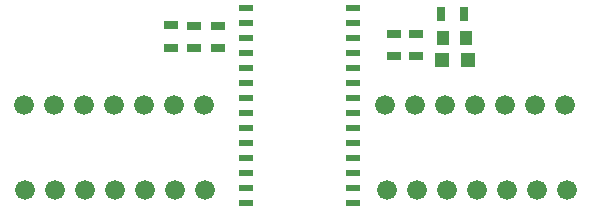
<source format=gbp>
G04 #@! TF.GenerationSoftware,KiCad,Pcbnew,5.0.2-bee76a0~70~ubuntu18.04.1*
G04 #@! TF.CreationDate,2019-03-14T11:27:35-04:00*
G04 #@! TF.ProjectId,Backpack,4261636b-7061-4636-9b2e-6b696361645f,rev?*
G04 #@! TF.SameCoordinates,Original*
G04 #@! TF.FileFunction,Paste,Bot*
G04 #@! TF.FilePolarity,Positive*
%FSLAX46Y46*%
G04 Gerber Fmt 4.6, Leading zero omitted, Abs format (unit mm)*
G04 Created by KiCad (PCBNEW 5.0.2-bee76a0~70~ubuntu18.04.1) date Thu 14 Mar 2019 11:27:35 AM EDT*
%MOMM*%
%LPD*%
G01*
G04 APERTURE LIST*
%ADD10R,1.000000X1.250000*%
%ADD11R,1.200000X1.200000*%
%ADD12R,1.300000X0.700000*%
%ADD13R,0.700000X1.300000*%
%ADD14C,1.676400*%
%ADD15R,1.270000X0.508000*%
G04 APERTURE END LIST*
D10*
G04 #@! TO.C,C1*
X106023498Y-24232875D03*
X108023498Y-24232875D03*
G04 #@! TD*
D11*
G04 #@! TO.C,D1*
X105961000Y-26098500D03*
X108161000Y-26098500D03*
G04 #@! TD*
D12*
G04 #@! TO.C,R1*
X103784997Y-23917875D03*
X103784997Y-25817875D03*
G04 #@! TD*
G04 #@! TO.C,R2*
X101879998Y-25817875D03*
X101879998Y-23917875D03*
G04 #@! TD*
G04 #@! TO.C,R3*
X82994435Y-25085238D03*
X82994435Y-23185238D03*
G04 #@! TD*
G04 #@! TO.C,R4*
X84981374Y-23205265D03*
X84981374Y-25105265D03*
G04 #@! TD*
D13*
G04 #@! TO.C,R5*
X107782998Y-22264375D03*
X105882998Y-22264375D03*
G04 #@! TD*
D12*
G04 #@! TO.C,R6*
X86949874Y-25105264D03*
X86949874Y-23205264D03*
G04 #@! TD*
D14*
G04 #@! TO.C,LED1*
X85801200Y-29928820D03*
X83261200Y-29928820D03*
X80721200Y-29928820D03*
X78183740Y-29928820D03*
X75643740Y-29928820D03*
X73103740Y-29928820D03*
X70563740Y-29928820D03*
X70662800Y-37127180D03*
X73202800Y-37127180D03*
X75742800Y-37127180D03*
X78280260Y-37127180D03*
X80820260Y-37127180D03*
X83360260Y-37127180D03*
X85900260Y-37127180D03*
G04 #@! TD*
G04 #@! TO.C,LED2*
X116507260Y-37127180D03*
X113967260Y-37127180D03*
X111427260Y-37127180D03*
X108887260Y-37127180D03*
X106349800Y-37127180D03*
X103809800Y-37127180D03*
X101269800Y-37127180D03*
X101170740Y-29928820D03*
X103710740Y-29928820D03*
X106250740Y-29928820D03*
X108790740Y-29928820D03*
X111328200Y-29928820D03*
X113868200Y-29928820D03*
X116408200Y-29928820D03*
G04 #@! TD*
D15*
G04 #@! TO.C,U1*
X89382600Y-21717000D03*
X89382600Y-22987000D03*
X89382600Y-24257000D03*
X89382600Y-25527000D03*
X89382600Y-26797000D03*
X89382600Y-28067000D03*
X89382600Y-29337000D03*
X89382600Y-30607000D03*
X89382600Y-31877000D03*
X89382600Y-33147000D03*
X89382600Y-34417000D03*
X89382600Y-35687000D03*
X89382600Y-36957000D03*
X89382600Y-38227000D03*
X98425000Y-38227000D03*
X98425000Y-36957000D03*
X98425000Y-35687000D03*
X98425000Y-34417000D03*
X98425000Y-33147000D03*
X98425000Y-31877000D03*
X98425000Y-30607000D03*
X98425000Y-29337000D03*
X98425000Y-28067000D03*
X98425000Y-26797000D03*
X98425000Y-25527000D03*
X98425000Y-24257000D03*
X98425000Y-22987000D03*
X98425000Y-21717000D03*
G04 #@! TD*
M02*

</source>
